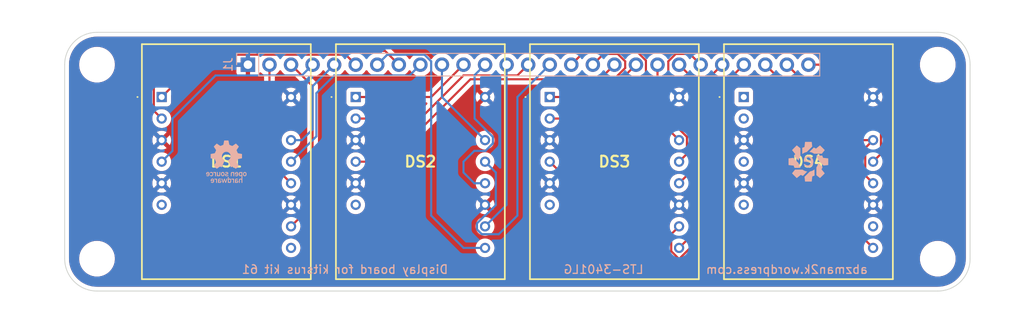
<source format=kicad_pcb>
(kicad_pcb (version 20211014) (generator pcbnew)
  (layers (0 "F.Cu" signal) (31 "B.Cu" signal) (34 "B.Paste" user) (35 "F.Paste" user) (36 "B.SilkS" user "B.Silkscreen") (37 "F.SilkS" user "F.Silkscreen") (38 "B.Mask" user) (39 "F.Mask" user) (44 "Edge.Cuts" user))
  (net 0 "")
  (net 1 "/A1")
  (net 2 "/F1")
  (net 3 "/Anode")
  (net 4 "/E1")
  (net 7 "/D1")
  (net 8 "/C1")
  (net 9 "/G1")
  (net 10 "/B1")
  (net 11 "/A2")
  (net 12 "/F2")
  (net 13 "/E2")
  (net 15 "/DP2")
  (net 16 "/D2")
  (net 17 "/C2")
  (net 18 "/G2")
  (net 19 "/B2")
  (net 20 "/A3")
  (net 21 "/F3")
  (net 22 "/E3")
  (net 24 "/DP3")
  (net 25 "/D3")
  (net 26 "/C3")
  (net 27 "/G3")
  (net 28 "/B3")
  (net 33 "/DP4")
  (net 35 "/BC4")
  (net 36 "/POL")
  (footprint "MountingHole:MountingHole_3.2mm_M3" (layer "F.Cu") (at 187.96 46.99)
    (fp_text reference "REF**" hide)
    (fp_text value "MountingHole_3.2mm_M3")
    (pad "" np_thru_hole circle locked (at 0 0) (size 3.2 3.2) (drill 3.2) (layers *.Cu *.Mask))
  )
  (footprint "Evan's misc parts:LTS3401LG" (layer "F.Cu") (at 119.38 27.94)
    (fp_text reference "DS2" (at 7.62 7.62) (layer "F.SilkS") (effects (font (size 1.27 1.27) (thickness 0.254))))
    (fp_text value "LTS-3401LG" hide)
    (pad "2" thru_hole rect (at 0 0) (size 1.2 1.2) (drill 0.7) (layers *.Cu *.Mask) (net 11 "/A2"))
    (pad "3" thru_hole circle (at 0 2.54) (size 1.2 1.2) (drill 0.7) (layers *.Cu *.Mask) (net 12 "/F2"))
    (pad "4" thru_hole circle (at 0 5.08) (size 1.2 1.2) (drill 0.7) (layers *.Cu *.Mask) (net 3 "/Anode"))
    (pad "5" thru_hole circle (at 0 7.62) (size 1.2 1.2) (drill 0.7) (layers *.Cu *.Mask) (net 13 "/E2"))
    (pad "6" thru_hole circle (at 0 10.16) (size 1.2 1.2) (drill 0.7) (layers *.Cu *.Mask) (net 3 "/Anode"))
    (pad "7" thru_hole circle (at 0 12.7) (size 1.2 1.2) (drill 0.7) (layers *.Cu *.Mask))
    (pad "10" thru_hole circle (at 15.24 17.78) (size 1.2 1.2) (drill 0.7) (layers *.Cu *.Mask) (net 15 "/DP2"))
    (pad "11" thru_hole circle (at 15.24 15.24) (size 1.2 1.2) (drill 0.7) (layers *.Cu *.Mask) (net 16 "/D2"))
    (pad "12" thru_hole circle (at 15.24 12.7) (size 1.2 1.2) (drill 0.7) (layers *.Cu *.Mask) (net 3 "/Anode"))
    (pad "13" thru_hole circle (at 15.24 10.16) (size 1.2 1.2) (drill 0.7) (layers *.Cu *.Mask) (net 17 "/C2"))
    (pad "14" thru_hole circle (at 15.24 7.62) (size 1.2 1.2) (drill 0.7) (layers *.Cu *.Mask) (net 18 "/G2"))
    (pad "15" thru_hole circle (at 15.24 5.08) (size 1.2 1.2) (drill 0.7) (layers *.Cu *.Mask) (net 19 "/B2"))
    (pad "17" thru_hole circle (at 15.24 0) (size 1.2 1.2) (drill 0.7) (layers *.Cu *.Mask) (net 3 "/Anode"))
  )
  (footprint "MountingHole:MountingHole_3.2mm_M3" (layer "F.Cu") (at 88.9 24.13)
    (fp_text reference "REF**" hide)
    (fp_text value "MountingHole_3.2mm_M3")
    (pad "" np_thru_hole circle locked (at 0 0) (size 3.2 3.2) (drill 3.2) (layers *.Cu *.Mask))
  )
  (footprint "Evan's misc parts:LTS3401LG" (layer "F.Cu") (at 165.1 27.94)
    (fp_text reference "DS4" (at 7.62 7.62) (layer "F.SilkS") (effects (font (size 1.27 1.27) (thickness 0.254))))
    (fp_text value "LTS-3401LG" hide)
    (pad "2" thru_hole rect (at 0 0) (size 1.2 1.2) (drill 0.7) (layers *.Cu *.Mask))
    (pad "3" thru_hole circle (at 0 2.54) (size 1.2 1.2) (drill 0.7) (layers *.Cu *.Mask))
    (pad "4" thru_hole circle (at 0 5.08) (size 1.2 1.2) (drill 0.7) (layers *.Cu *.Mask) (net 3 "/Anode"))
    (pad "5" thru_hole circle (at 0 7.62) (size 1.2 1.2) (drill 0.7) (layers *.Cu *.Mask))
    (pad "6" thru_hole circle (at 0 10.16) (size 1.2 1.2) (drill 0.7) (layers *.Cu *.Mask) (net 3 "/Anode"))
    (pad "7" thru_hole circle (at 0 12.7) (size 1.2 1.2) (drill 0.7) (layers *.Cu *.Mask))
    (pad "10" thru_hole circle (at 15.24 17.78) (size 1.2 1.2) (drill 0.7) (layers *.Cu *.Mask) (net 33 "/DP4"))
    (pad "11" thru_hole circle (at 15.24 15.24) (size 1.2 1.2) (drill 0.7) (layers *.Cu *.Mask))
    (pad "12" thru_hole circle (at 15.24 12.7) (size 1.2 1.2) (drill 0.7) (layers *.Cu *.Mask) (net 3 "/Anode"))
    (pad "13" thru_hole circle (at 15.24 10.16) (size 1.2 1.2) (drill 0.7) (layers *.Cu *.Mask) (net 35 "/BC4"))
    (pad "14" thru_hole circle (at 15.24 7.62) (size 1.2 1.2) (drill 0.7) (layers *.Cu *.Mask) (net 36 "/POL"))
    (pad "15" thru_hole circle (at 15.24 5.08) (size 1.2 1.2) (drill 0.7) (layers *.Cu *.Mask) (net 35 "/BC4"))
    (pad "17" thru_hole circle (at 15.24 0) (size 1.2 1.2) (drill 0.7) (layers *.Cu *.Mask) (net 3 "/Anode"))
  )
  (footprint "Evan's misc parts:LTS3401LG" (layer "F.Cu") (at 96.52 27.94)
    (fp_text reference "DS1" (at 7.62 7.62) (layer "F.SilkS") (effects (font (size 1.27 1.27) (thickness 0.254))))
    (fp_text value "LTS-3401LG" hide)
    (pad "2" thru_hole rect (at 0 0) (size 1.2 1.2) (drill 0.7) (layers *.Cu *.Mask) (net 1 "/A1"))
    (pad "3" thru_hole circle (at 0 2.54) (size 1.2 1.2) (drill 0.7) (layers *.Cu *.Mask) (net 2 "/F1"))
    (pad "4" thru_hole circle (at 0 5.08) (size 1.2 1.2) (drill 0.7) (layers *.Cu *.Mask) (net 3 "/Anode"))
    (pad "5" thru_hole circle (at 0 7.62) (size 1.2 1.2) (drill 0.7) (layers *.Cu *.Mask) (net 4 "/E1"))
    (pad "6" thru_hole circle (at 0 10.16) (size 1.2 1.2) (drill 0.7) (layers *.Cu *.Mask) (net 3 "/Anode"))
    (pad "7" thru_hole circle (at 0 12.7) (size 1.2 1.2) (drill 0.7) (layers *.Cu *.Mask))
    (pad "10" thru_hole circle (at 15.24 17.78) (size 1.2 1.2) (drill 0.7) (layers *.Cu *.Mask))
    (pad "11" thru_hole circle (at 15.24 15.24) (size 1.2 1.2) (drill 0.7) (layers *.Cu *.Mask) (net 7 "/D1"))
    (pad "12" thru_hole circle (at 15.24 12.7) (size 1.2 1.2) (drill 0.7) (layers *.Cu *.Mask) (net 3 "/Anode"))
    (pad "13" thru_hole circle (at 15.24 10.16) (size 1.2 1.2) (drill 0.7) (layers *.Cu *.Mask) (net 8 "/C1"))
    (pad "14" thru_hole circle (at 15.24 7.62) (size 1.2 1.2) (drill 0.7) (layers *.Cu *.Mask) (net 9 "/G1"))
    (pad "15" thru_hole circle (at 15.24 5.08) (size 1.2 1.2) (drill 0.7) (layers *.Cu *.Mask) (net 10 "/B1"))
    (pad "17" thru_hole circle (at 15.24 0) (size 1.2 1.2) (drill 0.7) (layers *.Cu *.Mask) (net 3 "/Anode"))
  )
  (footprint "MountingHole:MountingHole_3.2mm_M3" (layer "F.Cu") (at 88.9 46.99)
    (fp_text reference "REF**" hide)
    (fp_text value "MountingHole_3.2mm_M3")
    (pad "" np_thru_hole circle locked (at 0 0) (size 3.2 3.2) (drill 3.2) (layers *.Cu *.Mask))
  )
  (footprint "Evan's misc parts:LTS3401LG" (layer "F.Cu") (at 142.24 27.94)
    (fp_text reference "DS3" (at 7.62 7.62) (layer "F.SilkS") (effects (font (size 1.27 1.27) (thickness 0.254))))
    (fp_text value "LTS-3401LG" hide)
    (pad "2" thru_hole rect (at 0 0) (size 1.2 1.2) (drill 0.7) (layers *.Cu *.Mask) (net 20 "/A3"))
    (pad "3" thru_hole circle (at 0 2.54) (size 1.2 1.2) (drill 0.7) (layers *.Cu *.Mask) (net 21 "/F3"))
    (pad "4" thru_hole circle (at 0 5.08) (size 1.2 1.2) (drill 0.7) (layers *.Cu *.Mask) (net 3 "/Anode"))
    (pad "5" thru_hole circle (at 0 7.62) (size 1.2 1.2) (drill 0.7) (layers *.Cu *.Mask) (net 22 "/E3"))
    (pad "6" thru_hole circle (at 0 10.16) (size 1.2 1.2) (drill 0.7) (layers *.Cu *.Mask) (net 3 "/Anode"))
    (pad "7" thru_hole circle (at 0 12.7) (size 1.2 1.2) (drill 0.7) (layers *.Cu *.Mask))
    (pad "10" thru_hole circle (at 15.24 17.78) (size 1.2 1.2) (drill 0.7) (layers *.Cu *.Mask) (net 24 "/DP3"))
    (pad "11" thru_hole circle (at 15.24 15.24) (size 1.2 1.2) (drill 0.7) (layers *.Cu *.Mask) (net 25 "/D3"))
    (pad "12" thru_hole circle (at 15.24 12.7) (size 1.2 1.2) (drill 0.7) (layers *.Cu *.Mask) (net 3 "/Anode"))
    (pad "13" thru_hole circle (at 15.24 10.16) (size 1.2 1.2) (drill 0.7) (layers *.Cu *.Mask) (net 26 "/C3"))
    (pad "14" thru_hole circle (at 15.24 7.62) (size 1.2 1.2) (drill 0.7) (layers *.Cu *.Mask) (net 27 "/G3"))
    (pad "15" thru_hole circle (at 15.24 5.08) (size 1.2 1.2) (drill 0.7) (layers *.Cu *.Mask) (net 28 "/B3"))
    (pad "17" thru_hole circle (at 15.24 0) (size 1.2 1.2) (drill 0.7) (layers *.Cu *.Mask) (net 3 "/Anode"))
  )
  (footprint "MountingHole:MountingHole_3.2mm_M3" (layer "F.Cu") (at 187.96 24.13)
    (fp_text reference "REF**" hide)
    (fp_text value "MountingHole_3.2mm_M3")
    (pad "" np_thru_hole circle locked (at 0 0) (size 3.2 3.2) (drill 3.2) (layers *.Cu *.Mask))
  )
  (footprint "Evan's misc parts:OSHW gear" (layer "B.Cu") (at 104.14 35.56 180)
    (fp_text reference "G***" hide)
    (fp_text value "LOGO" hide)
  )
  (footprint "Evan's misc parts:Evan Logo" (layer "B.Cu") (at 172.72 35.56 180)
    (fp_text reference "G***" hide)
    (fp_text value "LOGO" hide)
  )
  (footprint "Connector_PinHeader_2.54mm:PinHeader_1x27_P2.54mm_Vertical" (layer "B.Cu") (at 106.68 24.13 -90)
    (fp_text reference "J1" (at 0 2.33 90) (layer "B.SilkS") (effects (justify mirror)))
    (fp_text value "display")
    (pad "1" thru_hole rect locked (at 0 0 270) (size 1.7 1.7) (drill 1) (layers *.Cu *.Mask) (net 3 "/Anode"))
    (pad "2" thru_hole oval locked (at 0 -2.54 270) (size 1.7 1.7) (drill 1) (layers *.Cu *.Mask) (net 8 "/C1"))
    (pad "3" thru_hole oval locked (at 0 -5.08 270) (size 1.7 1.7) (drill 1) (layers *.Cu *.Mask) (net 7 "/D1"))
    (pad "4" thru_hole oval locked (at 0 -7.62 270) (size 1.7 1.7) (drill 1) (layers *.Cu *.Mask) (net 4 "/E1"))
    (pad "5" thru_hole oval locked (at 0 -10.16 270) (size 1.7 1.7) (drill 1) (layers *.Cu *.Mask) (net 10 "/B1"))
    (pad "6" thru_hole oval locked (at 0 -12.7 270) (size 1.7 1.7) (drill 1) (layers *.Cu *.Mask) (net 1 "/A1"))
    (pad "7" thru_hole oval locked (at 0 -15.24 270) (size 1.7 1.7) (drill 1) (layers *.Cu *.Mask) (net 15 "/DP2"))
    (pad "8" thru_hole oval locked (at 0 -17.78 270) (size 1.7 1.7) (drill 1) (layers *.Cu *.Mask) (net 2 "/F1"))
    (pad "9" thru_hole oval locked (at 0 -20.32 270) (size 1.7 1.7) (drill 1) (layers *.Cu *.Mask) (net 9 "/G1"))
    (pad "10" thru_hole oval locked (at 0 -22.86 270) (size 1.7 1.7) (drill 1) (layers *.Cu *.Mask) (net 19 "/B2"))
    (pad "11" thru_hole oval locked (at 0 -25.4 270) (size 1.7 1.7) (drill 1) (layers *.Cu *.Mask) (net 11 "/A2"))
    (pad "12" thru_hole oval locked (at 0 -27.94 270) (size 1.7 1.7) (drill 1) (layers *.Cu *.Mask) (net 17 "/C2"))
    (pad "13" thru_hole oval locked (at 0 -30.48 270) (size 1.7 1.7) (drill 1) (layers *.Cu *.Mask) (net 16 "/D2"))
    (pad "14" thru_hole oval locked (at 0 -33.02 270) (size 1.7 1.7) (drill 1) (layers *.Cu *.Mask) (net 12 "/F2"))
    (pad "15" thru_hole oval locked (at 0 -35.56 270) (size 1.7 1.7) (drill 1) (layers *.Cu *.Mask) (net 18 "/G2"))
    (pad "16" thru_hole oval locked (at 0 -38.1 270) (size 1.7 1.7) (drill 1) (layers *.Cu *.Mask) (net 28 "/B3"))
    (pad "17" thru_hole oval locked (at 0 -40.64 270) (size 1.7 1.7) (drill 1) (layers *.Cu *.Mask) (net 20 "/A3"))
    (pad "18" thru_hole oval locked (at 0 -43.18 270) (size 1.7 1.7) (drill 1) (layers *.Cu *.Mask) (net 13 "/E2"))
    (pad "19" thru_hole oval locked (at 0 -45.72 270) (size 1.7 1.7) (drill 1) (layers *.Cu *.Mask) (net 21 "/F3"))
    (pad "20" thru_hole oval locked (at 0 -48.26 270) (size 1.7 1.7) (drill 1) (layers *.Cu *.Mask) (net 27 "/G3"))
    (pad "21" thru_hole oval locked (at 0 -50.8 270) (size 1.7 1.7) (drill 1) (layers *.Cu *.Mask) (net 24 "/DP3"))
    (pad "22" thru_hole oval locked (at 0 -53.34 270) (size 1.7 1.7) (drill 1) (layers *.Cu *.Mask) (net 26 "/C3"))
    (pad "23" thru_hole oval locked (at 0 -55.88 270) (size 1.7 1.7) (drill 1) (layers *.Cu *.Mask) (net 25 "/D3"))
    (pad "24" thru_hole oval locked (at 0 -58.42 270) (size 1.7 1.7) (drill 1) (layers *.Cu *.Mask) (net 22 "/E3"))
    (pad "25" thru_hole oval locked (at 0 -60.96 270) (size 1.7 1.7) (drill 1) (layers *.Cu *.Mask) (net 33 "/DP4"))
    (pad "26" thru_hole oval locked (at 0 -63.5 270) (size 1.7 1.7) (drill 1) (layers *.Cu *.Mask) (net 35 "/BC4"))
    (pad "27" thru_hole oval locked (at 0 -66.04 270) (size 1.7 1.7) (drill 1) (layers *.Cu *.Mask) (net 36 "/POL"))
  )
  (gr_arc (start 88.9 50.8) (mid 86.205923 49.684077) (end 85.09 46.99) (layer "Edge.Cuts") (width 0.1))
  (gr_line (start 187.96 50.8) (end 88.9 50.8) (layer "Edge.Cuts") (width 0.1))
  (gr_line (start 88.9 20.32) (end 187.96 20.32) (layer "Edge.Cuts") (width 0.1))
  (gr_arc (start 85.09 24.13) (mid 86.205923 21.435923) (end 88.9 20.32) (layer "Edge.Cuts") (width 0.1))
  (gr_arc (start 191.77 46.99) (mid 190.654077 49.684077) (end 187.96 50.8) (layer "Edge.Cuts") (width 0.1))
  (gr_arc (start 187.96 20.32) (mid 190.654077 21.435923) (end 191.77 24.13) (layer "Edge.Cuts") (width 0.1))
  (gr_line (start 191.77 24.13) (end 191.77 46.99) (layer "Edge.Cuts") (width 0.1))
  (gr_line (start 85.09 46.99) (end 85.09 24.13) (layer "Edge.Cuts") (width 0.1))
  (gr_text "Display board for kitsrus kit 61" (at 118.11 48.26) (layer "B.SilkS") (effects (font (size 1 1)) (justify mirror)))
  (gr_text "LTS-3401LG" (at 148.59 48.26) (layer "B.SilkS") (effects (font (size 1 1)) (justify mirror)))
  (gr_text "abzman2k.wordpress.com" (at 170.18 48.26) (layer "B.SilkS") (effects (font (size 1 1)) (justify mirror)))
  (segment (start 118.205489 22.955489) (end 101.504511 22.955489) (width 0.25) (layer "F.Cu") (net 1))
  (segment (start 119.38 24.13) (end 118.205489 22.955489) (width 0.25) (layer "F.Cu") (net 1))
  (segment (start 101.504511 22.955489) (end 96.52 27.94) (width 0.25) (layer "F.Cu") (net 1))
  (segment (start 122.835969 22.505969) (end 99.414031 22.505969) (width 0.25) (layer "F.Cu") (net 2))
  (segment (start 99.414031 22.505969) (end 95.595489 26.324511) (width 0.25) (layer "F.Cu") (net 2))
  (segment (start 95.595489 26.324511) (end 95.595489 29.555489) (width 0.25) (layer "F.Cu") (net 2))
  (segment (start 95.595489 29.555489) (end 96.52 30.48) (width 0.25) (layer "F.Cu") (net 2))
  (segment (start 124.46 24.13) (end 122.835969 22.505969) (width 0.25) (layer "F.Cu") (net 2))
  (segment (start 114.3 24.13) (end 113.03 25.4) (width 0.25) (layer "B.Cu") (net 4))
  (segment (start 113.03 25.4) (end 102.87 25.4) (width 0.25) (layer "B.Cu") (net 4))
  (segment (start 102.87 25.4) (end 97.79 30.48) (width 0.25) (layer "B.Cu") (net 4))
  (segment (start 97.79 34.29) (end 96.52 35.56) (width 0.25) (layer "B.Cu") (net 4))
  (segment (start 97.79 30.48) (end 97.79 34.29) (width 0.25) (layer "B.Cu") (net 4))
  (segment (start 114.3 26.67) (end 114.3 40.64) (width 0.25) (layer "F.Cu") (net 7))
  (segment (start 114.3 40.64) (end 111.76 43.18) (width 0.25) (layer "F.Cu") (net 7))
  (segment (start 111.76 24.13) (end 114.3 26.67) (width 0.25) (layer "F.Cu") (net 7))
  (segment (start 109.22 24.13) (end 109.22 35.56) (width 0.25) (layer "F.Cu") (net 8))
  (segment (start 109.22 35.56) (end 111.76 38.1) (width 0.25) (layer "F.Cu") (net 8))
  (segment (start 114.74952 32.57048) (end 114.74952 27.49048) (width 0.25) (layer "B.Cu") (net 9))
  (segment (start 127 24.13) (end 125.73 25.4) (width 0.25) (layer "B.Cu") (net 9))
  (segment (start 114.74952 27.49048) (end 116.84 25.4) (width 0.25) (layer "B.Cu") (net 9))
  (segment (start 116.84 25.4) (end 125.73 25.4) (width 0.25) (layer "B.Cu") (net 9))
  (segment (start 111.76 35.56) (end 114.74952 32.57048) (width 0.25) (layer "B.Cu") (net 9))
  (segment (start 116.84 24.13) (end 114.3 26.67) (width 0.25) (layer "B.Cu") (net 10))
  (segment (start 113.03 33.02) (end 111.76 33.02) (width 0.25) (layer "B.Cu") (net 10))
  (segment (start 114.3 26.67) (end 114.3 31.75) (width 0.25) (layer "B.Cu") (net 10))
  (segment (start 114.3 31.75) (end 113.03 33.02) (width 0.25) (layer "B.Cu") (net 10))
  (segment (start 128.27 27.94) (end 132.08 24.13) (width 0.25) (layer "F.Cu") (net 11))
  (segment (start 119.38 27.94) (end 128.27 27.94) (width 0.25) (layer "F.Cu") (net 11))
  (segment (start 119.38 30.48) (end 127 30.48) (width 0.25) (layer "F.Cu") (net 12))
  (segment (start 132.08 25.4) (end 138.43 25.4) (width 0.25) (layer "F.Cu") (net 12))
  (segment (start 127 30.48) (end 132.08 25.4) (width 0.25) (layer "F.Cu") (net 12))
  (segment (start 138.43 25.4) (end 139.7 24.13) (width 0.25) (layer "F.Cu") (net 12))
  (segment (start 123.19 35.56) (end 132.90048 25.84952) (width 0.25) (layer "F.Cu") (net 13))
  (segment (start 148.14048 25.84952) (end 149.86 24.13) (width 0.25) (layer "F.Cu") (net 13))
  (segment (start 132.90048 25.84952) (end 148.14048 25.84952) (width 0.25) (layer "F.Cu") (net 13))
  (segment (start 119.38 35.56) (end 123.19 35.56) (width 0.25) (layer "F.Cu") (net 13))
  (segment (start 123.094511 22.955489) (end 121.92 24.13) (width 0.25) (layer "B.Cu") (net 15))
  (segment (start 128.27 23.73899) (end 127.486499 22.955489) (width 0.25) (layer "B.Cu") (net 15))
  (segment (start 132.08 45.72) (end 128.27 41.91) (width 0.25) (layer "B.Cu") (net 15))
  (segment (start 128.27 41.91) (end 128.27 23.73899) (width 0.25) (layer "B.Cu") (net 15))
  (segment (start 134.62 45.72) (end 132.08 45.72) (width 0.25) (layer "B.Cu") (net 15))
  (segment (start 127.486499 22.955489) (end 123.094511 22.955489) (width 0.25) (layer "B.Cu") (net 15))
  (segment (start 137.16 40.64) (end 137.16 24.13) (width 0.25) (layer "B.Cu") (net 16))
  (segment (start 134.62 43.18) (end 137.16 40.64) (width 0.25) (layer "B.Cu") (net 16))
  (segment (start 133.35 34.29) (end 132.08 35.56) (width 0.25) (layer "B.Cu") (net 17))
  (segment (start 133.387457 25.362543) (end 134.62 24.13) (width 0.25) (layer "B.Cu") (net 17))
  (segment (start 133.35 38.1) (end 134.62 38.1) (width 0.25) (layer "B.Cu") (net 17))
  (segment (start 135.544511 32.637054) (end 135.544511 33.402946) (width 0.25) (layer "B.Cu") (net 17))
  (segment (start 134.638729 31.731271) (end 135.544511 32.637054) (width 0.25) (layer "B.Cu") (net 17))
  (segment (start 132.08 36.83) (end 133.35 38.1) (width 0.25) (layer "B.Cu") (net 17))
  (segment (start 133.387457 30.48) (end 133.387457 25.362543) (width 0.25) (layer "B.Cu") (net 17))
  (segment (start 132.08 35.56) (end 132.08 36.83) (width 0.25) (layer "B.Cu") (net 17))
  (segment (start 134.638729 31.731271) (end 133.387457 30.48) (width 0.25) (layer "B.Cu") (net 17))
  (segment (start 134.657457 34.29) (end 133.35 34.29) (width 0.25) (layer "B.Cu") (net 17))
  (segment (start 135.544511 33.402946) (end 134.657457 34.29) (width 0.25) (layer "B.Cu") (net 17))
  (segment (start 136.235489 44.104511) (end 134.237054 44.104511) (width 0.25) (layer "B.Cu") (net 18))
  (segment (start 134.237054 44.104511) (end 133.667859 43.535316) (width 0.25) (layer "B.Cu") (net 18))
  (segment (start 134.657457 41.91) (end 135.89 40.677457) (width 0.25) (layer "B.Cu") (net 18))
  (segment (start 135.89 36.83) (end 134.62 35.56) (width 0.25) (layer "B.Cu") (net 18))
  (segment (start 142.24 24.13) (end 138.43 27.94) (width 0.25) (layer "B.Cu") (net 18))
  (segment (start 135.89 40.677457) (end 135.89 36.83) (width 0.25) (layer "B.Cu") (net 18))
  (segment (start 133.667859 42.824684) (end 134.582543 41.91) (width 0.25) (layer "B.Cu") (net 18))
  (segment (start 138.43 27.94) (end 138.43 41.91) (width 0.25) (layer "B.Cu") (net 18))
  (segment (start 138.43 41.91) (end 136.235489 44.104511) (width 0.25) (layer "B.Cu") (net 18))
  (segment (start 134.582543 41.91) (end 134.657457 41.91) (width 0.25) (layer "B.Cu") (net 18))
  (segment (start 133.667859 43.535316) (end 133.667859 42.824684) (width 0.25) (layer "B.Cu") (net 18))
  (segment (start 134.62 33.02) (end 129.54 27.94) (width 0.25) (layer "B.Cu") (net 19))
  (segment (start 129.54 27.94) (end 129.54 24.13) (width 0.25) (layer "B.Cu") (net 19))
  (segment (start 147.71101 27.94) (end 151.13 24.52101) (width 0.25) (layer "F.Cu") (net 20))
  (segment (start 142.24 27.94) (end 147.71101 27.94) (width 0.25) (layer "F.Cu") (net 20))
  (segment (start 151.13 24.52101) (end 151.13 23.73899) (width 0.25) (layer "F.Cu") (net 20))
  (segment (start 148.59 22.86) (end 147.32 24.13) (width 0.25) (layer "F.Cu") (net 20))
  (segment (start 150.25101 22.86) (end 148.59 22.86) (width 0.25) (layer "F.Cu") (net 20))
  (segment (start 151.13 23.73899) (end 150.25101 22.86) (width 0.25) (layer "F.Cu") (net 20))
  (segment (start 142.24 30.48) (end 146.05 30.48) (width 0.25) (layer "F.Cu") (net 21))
  (segment (start 146.05 30.48) (end 152.4 24.13) (width 0.25) (layer "F.Cu") (net 21))
  (segment (start 157.703654 47.43952) (end 154.11952 47.43952) (width 0.25) (layer "F.Cu") (net 22))
  (segment (start 154.11952 47.43952) (end 142.24 35.56) (width 0.25) (layer "F.Cu") (net 22))
  (segment (start 160.46952 28.76048) (end 160.46952 44.673654) (width 0.25) (layer "F.Cu") (net 22))
  (segment (start 160.46952 44.673654) (end 157.703654 47.43952) (width 0.25) (layer "F.Cu") (net 22))
  (segment (start 165.1 24.13) (end 160.46952 28.76048) (width 0.25) (layer "F.Cu") (net 22))
  (segment (start 157.48 45.72) (end 159.303551 43.896449) (width 0.25) (layer "F.Cu") (net 24))
  (segment (start 159.303551 25.953551) (end 157.48 24.13) (width 0.25) (layer "F.Cu") (net 24))
  (segment (start 159.303551 43.896449) (end 159.303551 25.953551) (width 0.25) (layer "F.Cu") (net 24))
  (segment (start 157.48 43.18) (end 156.555489 44.104511) (width 0.25) (layer "F.Cu") (net 25))
  (segment (start 156.555489 46.102946) (end 157.442543 46.99) (width 0.25) (layer "F.Cu") (net 25))
  (segment (start 160.02 26.67) (end 162.56 24.13) (width 0.25) (layer "F.Cu") (net 25))
  (segment (start 157.442543 46.99) (end 157.517457 46.99) (width 0.25) (layer "F.Cu") (net 25))
  (segment (start 156.555489 44.104511) (end 156.555489 46.102946) (width 0.25) (layer "F.Cu") (net 25))
  (segment (start 160.02 44.487457) (end 160.02 26.67) (width 0.25) (layer "F.Cu") (net 25))
  (segment (start 157.517457 46.99) (end 160.02 44.487457) (width 0.25) (layer "F.Cu") (net 25))
  (segment (start 158.75 22.86) (end 160.02 24.13) (width 0.25) (layer "F.Cu") (net 26))
  (segment (start 156.21 23.73899) (end 157.08899 22.86) (width 0.25) (layer "F.Cu") (net 26))
  (segment (start 158.854031 31.854031) (end 156.21 29.21) (width 0.25) (layer "F.Cu") (net 26))
  (segment (start 157.48 38.1) (end 158.854031 36.725969) (width 0.25) (layer "F.Cu") (net 26))
  (segment (start 157.08899 22.86) (end 158.75 22.86) (width 0.25) (layer "F.Cu") (net 26))
  (segment (start 156.21 29.21) (end 156.21 23.73899) (width 0.25) (layer "F.Cu") (net 26))
  (segment (start 158.854031 36.725969) (end 158.854031 31.854031) (width 0.25) (layer "F.Cu") (net 26))
  (segment (start 157.48 35.56) (end 158.404511 34.635489) (width 0.25) (layer "F.Cu") (net 27))
  (segment (start 158.404511 32.637054) (end 154.94 29.172543) (width 0.25) (layer "F.Cu") (net 27))
  (segment (start 158.404511 34.635489) (end 158.404511 32.637054) (width 0.25) (layer "F.Cu") (net 27))
  (segment (start 154.94 29.172543) (end 154.94 24.13) (width 0.25) (layer "F.Cu") (net 27))
  (segment (start 153.574511 23.643501) (end 152.34149 22.41048) (width 0.25) (layer "F.Cu") (net 28))
  (segment (start 153.574511 29.114511) (end 153.574511 23.643501) (width 0.25) (layer "F.Cu") (net 28))
  (segment (start 152.34149 22.41048) (end 146.49952 22.41048) (width 0.25) (layer "F.Cu") (net 28))
  (segment (start 146.49952 22.41048) (end 144.78 24.13) (width 0.25) (layer "F.Cu") (net 28))
  (segment (start 157.48 33.02) (end 153.574511 29.114511) (width 0.25) (layer "F.Cu") (net 28))
  (segment (start 176.53 33.02) (end 176.53 41.91) (width 0.25) (layer "F.Cu") (net 33))
  (segment (start 176.53 41.91) (end 180.34 45.72) (width 0.25) (layer "F.Cu") (net 33))
  (segment (start 167.64 24.13) (end 176.53 33.02) (width 0.25) (layer "F.Cu") (net 33))
  (segment (start 179.415489 37.175489) (end 179.415489 33.944511) (width 0.25) (layer "F.Cu") (net 35))
  (segment (start 179.07 33.02) (end 180.34 33.02) (width 0.25) (layer "F.Cu") (net 35))
  (segment (start 180.34 38.1) (end 179.415489 37.175489) (width 0.25) (layer "F.Cu") (net 35))
  (segment (start 179.415489 33.944511) (end 180.34 33.02) (width 0.25) (layer "F.Cu") (net 35))
  (segment (start 170.18 24.13) (end 179.07 33.02) (width 0.25) (layer "F.Cu") (net 35))
  (segment (start 181.264511 34.635489) (end 181.264511 31.404511) (width 0.25) (layer "F.Cu") (net 36))
  (segment (start 173.99 24.13) (end 172.72 24.13) (width 0.25) (layer "F.Cu") (net 36))
  (segment (start 180.34 35.56) (end 181.264511 34.635489) (width 0.25) (layer "F.Cu") (net 36))
  (segment (start 181.264511 31.404511) (end 173.99 24.13) (width 0.25) (layer "F.Cu") (net 36))
  (zone (net 3) (net_name "/Anode") (layers F&B.Cu) (connect_pads (clearance 0.508)) (min_thickness 0.254) (fill yes (thermal_gap 0.508) (thermal_bridge_width 0.508))
    (polygon (pts (xy 198.12 55.88) (xy 77.47 55.88) (xy 77.47 16.51) (xy 198.12 16.51)))
  )
)
</source>
